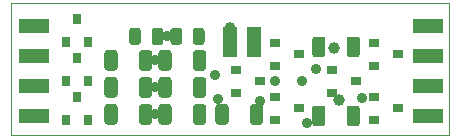
<source format=gbr>
%TF.GenerationSoftware,KiCad,Pcbnew,5.1.9-1.fc32*%
%TF.CreationDate,2021-02-20T11:42:22+01:00*%
%TF.ProjectId,rgb_led_strip_amp,7267625f-6c65-4645-9f73-747269705f61,rev?*%
%TF.SameCoordinates,Original*%
%TF.FileFunction,Soldermask,Top*%
%TF.FilePolarity,Negative*%
%FSLAX46Y46*%
G04 Gerber Fmt 4.6, Leading zero omitted, Abs format (unit mm)*
G04 Created by KiCad (PCBNEW 5.1.9-1.fc32) date 2021-02-20 11:42:22*
%MOMM*%
%LPD*%
G01*
G04 APERTURE LIST*
%TA.AperFunction,Profile*%
%ADD10C,0.050000*%
%TD*%
%ADD11R,0.900000X0.800000*%
%ADD12R,1.200000X2.500000*%
%ADD13R,0.800000X0.900000*%
%ADD14R,2.500000X1.300000*%
%ADD15C,0.900000*%
%ADD16C,1.000000*%
G04 APERTURE END LIST*
D10*
X186944000Y-127762000D02*
X149860000Y-127762000D01*
X186944000Y-138938000D02*
X186944000Y-127762000D01*
X149860000Y-138938000D02*
X186944000Y-138938000D01*
X149860000Y-127762000D02*
X149860000Y-138938000D01*
D11*
%TO.C,Q4*%
X177054000Y-133416000D03*
X177054000Y-135316000D03*
X179054000Y-134366000D03*
%TD*%
%TO.C,R9*%
G36*
G01*
X178253500Y-137912003D02*
X178253500Y-136661997D01*
G75*
G02*
X178503497Y-136412000I249997J0D01*
G01*
X179128503Y-136412000D01*
G75*
G02*
X179378500Y-136661997I0J-249997D01*
G01*
X179378500Y-137912003D01*
G75*
G02*
X179128503Y-138162000I-249997J0D01*
G01*
X178503497Y-138162000D01*
G75*
G02*
X178253500Y-137912003I0J249997D01*
G01*
G37*
G36*
G01*
X175328500Y-137912003D02*
X175328500Y-136661997D01*
G75*
G02*
X175578497Y-136412000I249997J0D01*
G01*
X176203503Y-136412000D01*
G75*
G02*
X176453500Y-136661997I0J-249997D01*
G01*
X176453500Y-137912003D01*
G75*
G02*
X176203503Y-138162000I-249997J0D01*
G01*
X175578497Y-138162000D01*
G75*
G02*
X175328500Y-137912003I0J249997D01*
G01*
G37*
%TD*%
%TO.C,R8*%
G36*
G01*
X158866000Y-136534997D02*
X158866000Y-137785003D01*
G75*
G02*
X158616003Y-138035000I-249997J0D01*
G01*
X157990997Y-138035000D01*
G75*
G02*
X157741000Y-137785003I0J249997D01*
G01*
X157741000Y-136534997D01*
G75*
G02*
X157990997Y-136285000I249997J0D01*
G01*
X158616003Y-136285000D01*
G75*
G02*
X158866000Y-136534997I0J-249997D01*
G01*
G37*
G36*
G01*
X161791000Y-136534997D02*
X161791000Y-137785003D01*
G75*
G02*
X161541003Y-138035000I-249997J0D01*
G01*
X160915997Y-138035000D01*
G75*
G02*
X160666000Y-137785003I0J249997D01*
G01*
X160666000Y-136534997D01*
G75*
G02*
X160915997Y-136285000I249997J0D01*
G01*
X161541003Y-136285000D01*
G75*
G02*
X161791000Y-136534997I0J-249997D01*
G01*
G37*
%TD*%
%TO.C,R7*%
G36*
G01*
X163438000Y-136534997D02*
X163438000Y-137785003D01*
G75*
G02*
X163188003Y-138035000I-249997J0D01*
G01*
X162562997Y-138035000D01*
G75*
G02*
X162313000Y-137785003I0J249997D01*
G01*
X162313000Y-136534997D01*
G75*
G02*
X162562997Y-136285000I249997J0D01*
G01*
X163188003Y-136285000D01*
G75*
G02*
X163438000Y-136534997I0J-249997D01*
G01*
G37*
G36*
G01*
X166363000Y-136534997D02*
X166363000Y-137785003D01*
G75*
G02*
X166113003Y-138035000I-249997J0D01*
G01*
X165487997Y-138035000D01*
G75*
G02*
X165238000Y-137785003I0J249997D01*
G01*
X165238000Y-136534997D01*
G75*
G02*
X165487997Y-136285000I249997J0D01*
G01*
X166113003Y-136285000D01*
G75*
G02*
X166363000Y-136534997I0J-249997D01*
G01*
G37*
%TD*%
%TO.C,Q5*%
X174228000Y-136652000D03*
X172228000Y-137602000D03*
X172228000Y-135702000D03*
%TD*%
D12*
%TO.C,J2*%
X170402000Y-131064000D03*
X168402000Y-131064000D03*
%TD*%
%TO.C,C2*%
G36*
G01*
X164330000Y-130081000D02*
X164330000Y-131031000D01*
G75*
G02*
X164080000Y-131281000I-250000J0D01*
G01*
X163580000Y-131281000D01*
G75*
G02*
X163330000Y-131031000I0J250000D01*
G01*
X163330000Y-130081000D01*
G75*
G02*
X163580000Y-129831000I250000J0D01*
G01*
X164080000Y-129831000D01*
G75*
G02*
X164330000Y-130081000I0J-250000D01*
G01*
G37*
G36*
G01*
X166230000Y-130081000D02*
X166230000Y-131031000D01*
G75*
G02*
X165980000Y-131281000I-250000J0D01*
G01*
X165480000Y-131281000D01*
G75*
G02*
X165230000Y-131031000I0J250000D01*
G01*
X165230000Y-130081000D01*
G75*
G02*
X165480000Y-129831000I250000J0D01*
G01*
X165980000Y-129831000D01*
G75*
G02*
X166230000Y-130081000I0J-250000D01*
G01*
G37*
%TD*%
%TO.C,C1*%
G36*
G01*
X161740000Y-131031000D02*
X161740000Y-130081000D01*
G75*
G02*
X161990000Y-129831000I250000J0D01*
G01*
X162490000Y-129831000D01*
G75*
G02*
X162740000Y-130081000I0J-250000D01*
G01*
X162740000Y-131031000D01*
G75*
G02*
X162490000Y-131281000I-250000J0D01*
G01*
X161990000Y-131281000D01*
G75*
G02*
X161740000Y-131031000I0J250000D01*
G01*
G37*
G36*
G01*
X159840000Y-131031000D02*
X159840000Y-130081000D01*
G75*
G02*
X160090000Y-129831000I250000J0D01*
G01*
X160590000Y-129831000D01*
G75*
G02*
X160840000Y-130081000I0J-250000D01*
G01*
X160840000Y-131031000D01*
G75*
G02*
X160590000Y-131281000I-250000J0D01*
G01*
X160090000Y-131281000D01*
G75*
G02*
X159840000Y-131031000I0J250000D01*
G01*
G37*
%TD*%
D13*
%TO.C,D3*%
X155448000Y-135652000D03*
X156398000Y-137652000D03*
X154498000Y-137652000D03*
%TD*%
%TO.C,D1*%
X155448000Y-129048000D03*
X156398000Y-131048000D03*
X154498000Y-131048000D03*
%TD*%
%TO.C,D2*%
X154498000Y-134350000D03*
X156398000Y-134350000D03*
X155448000Y-132350000D03*
%TD*%
D11*
%TO.C,Q1*%
X172228000Y-131130000D03*
X172228000Y-133030000D03*
X174228000Y-132080000D03*
%TD*%
%TO.C,Q2*%
X182610000Y-132080000D03*
X180610000Y-133030000D03*
X180610000Y-131130000D03*
%TD*%
%TO.C,Q3*%
X168926000Y-133416000D03*
X168926000Y-135316000D03*
X170926000Y-134366000D03*
%TD*%
%TO.C,Q6*%
X182610000Y-136652000D03*
X180610000Y-137602000D03*
X180610000Y-135702000D03*
%TD*%
%TO.C,R2*%
G36*
G01*
X161791000Y-131962998D02*
X161791000Y-133213002D01*
G75*
G02*
X161541002Y-133463000I-249998J0D01*
G01*
X160915998Y-133463000D01*
G75*
G02*
X160666000Y-133213002I0J249998D01*
G01*
X160666000Y-131962998D01*
G75*
G02*
X160915998Y-131713000I249998J0D01*
G01*
X161541002Y-131713000D01*
G75*
G02*
X161791000Y-131962998I0J-249998D01*
G01*
G37*
G36*
G01*
X158866000Y-131962998D02*
X158866000Y-133213002D01*
G75*
G02*
X158616002Y-133463000I-249998J0D01*
G01*
X157990998Y-133463000D01*
G75*
G02*
X157741000Y-133213002I0J249998D01*
G01*
X157741000Y-131962998D01*
G75*
G02*
X157990998Y-131713000I249998J0D01*
G01*
X158616002Y-131713000D01*
G75*
G02*
X158866000Y-131962998I0J-249998D01*
G01*
G37*
%TD*%
%TO.C,R3*%
G36*
G01*
X175332500Y-132070002D02*
X175332500Y-130819998D01*
G75*
G02*
X175582498Y-130570000I249998J0D01*
G01*
X176207502Y-130570000D01*
G75*
G02*
X176457500Y-130819998I0J-249998D01*
G01*
X176457500Y-132070002D01*
G75*
G02*
X176207502Y-132320000I-249998J0D01*
G01*
X175582498Y-132320000D01*
G75*
G02*
X175332500Y-132070002I0J249998D01*
G01*
G37*
G36*
G01*
X178257500Y-132070002D02*
X178257500Y-130819998D01*
G75*
G02*
X178507498Y-130570000I249998J0D01*
G01*
X179132502Y-130570000D01*
G75*
G02*
X179382500Y-130819998I0J-249998D01*
G01*
X179382500Y-132070002D01*
G75*
G02*
X179132502Y-132320000I-249998J0D01*
G01*
X178507498Y-132320000D01*
G75*
G02*
X178257500Y-132070002I0J249998D01*
G01*
G37*
%TD*%
%TO.C,R4*%
G36*
G01*
X166363000Y-134248998D02*
X166363000Y-135499002D01*
G75*
G02*
X166113002Y-135749000I-249998J0D01*
G01*
X165487998Y-135749000D01*
G75*
G02*
X165238000Y-135499002I0J249998D01*
G01*
X165238000Y-134248998D01*
G75*
G02*
X165487998Y-133999000I249998J0D01*
G01*
X166113002Y-133999000D01*
G75*
G02*
X166363000Y-134248998I0J-249998D01*
G01*
G37*
G36*
G01*
X163438000Y-134248998D02*
X163438000Y-135499002D01*
G75*
G02*
X163188002Y-135749000I-249998J0D01*
G01*
X162562998Y-135749000D01*
G75*
G02*
X162313000Y-135499002I0J249998D01*
G01*
X162313000Y-134248998D01*
G75*
G02*
X162562998Y-133999000I249998J0D01*
G01*
X163188002Y-133999000D01*
G75*
G02*
X163438000Y-134248998I0J-249998D01*
G01*
G37*
%TD*%
%TO.C,R5*%
G36*
G01*
X158866000Y-134248998D02*
X158866000Y-135499002D01*
G75*
G02*
X158616002Y-135749000I-249998J0D01*
G01*
X157990998Y-135749000D01*
G75*
G02*
X157741000Y-135499002I0J249998D01*
G01*
X157741000Y-134248998D01*
G75*
G02*
X157990998Y-133999000I249998J0D01*
G01*
X158616002Y-133999000D01*
G75*
G02*
X158866000Y-134248998I0J-249998D01*
G01*
G37*
G36*
G01*
X161791000Y-134248998D02*
X161791000Y-135499002D01*
G75*
G02*
X161541002Y-135749000I-249998J0D01*
G01*
X160915998Y-135749000D01*
G75*
G02*
X160666000Y-135499002I0J249998D01*
G01*
X160666000Y-134248998D01*
G75*
G02*
X160915998Y-133999000I249998J0D01*
G01*
X161541002Y-133999000D01*
G75*
G02*
X161791000Y-134248998I0J-249998D01*
G01*
G37*
%TD*%
%TO.C,R6*%
G36*
G01*
X168264000Y-136534998D02*
X168264000Y-137785002D01*
G75*
G02*
X168014002Y-138035000I-249998J0D01*
G01*
X167388998Y-138035000D01*
G75*
G02*
X167139000Y-137785002I0J249998D01*
G01*
X167139000Y-136534998D01*
G75*
G02*
X167388998Y-136285000I249998J0D01*
G01*
X168014002Y-136285000D01*
G75*
G02*
X168264000Y-136534998I0J-249998D01*
G01*
G37*
G36*
G01*
X171189000Y-136534998D02*
X171189000Y-137785002D01*
G75*
G02*
X170939002Y-138035000I-249998J0D01*
G01*
X170313998Y-138035000D01*
G75*
G02*
X170064000Y-137785002I0J249998D01*
G01*
X170064000Y-136534998D01*
G75*
G02*
X170313998Y-136285000I249998J0D01*
G01*
X170939002Y-136285000D01*
G75*
G02*
X171189000Y-136534998I0J-249998D01*
G01*
G37*
%TD*%
%TO.C,R1*%
G36*
G01*
X166363000Y-131962998D02*
X166363000Y-133213002D01*
G75*
G02*
X166113002Y-133463000I-249998J0D01*
G01*
X165487998Y-133463000D01*
G75*
G02*
X165238000Y-133213002I0J249998D01*
G01*
X165238000Y-131962998D01*
G75*
G02*
X165487998Y-131713000I249998J0D01*
G01*
X166113002Y-131713000D01*
G75*
G02*
X166363000Y-131962998I0J-249998D01*
G01*
G37*
G36*
G01*
X163438000Y-131962998D02*
X163438000Y-133213002D01*
G75*
G02*
X163188002Y-133463000I-249998J0D01*
G01*
X162562998Y-133463000D01*
G75*
G02*
X162313000Y-133213002I0J249998D01*
G01*
X162313000Y-131962998D01*
G75*
G02*
X162562998Y-131713000I249998J0D01*
G01*
X163188002Y-131713000D01*
G75*
G02*
X163438000Y-131962998I0J-249998D01*
G01*
G37*
%TD*%
D14*
%TO.C,J1*%
X151765000Y-134747000D03*
X151765000Y-132207000D03*
X151765000Y-129667000D03*
X151765000Y-137287000D03*
%TD*%
%TO.C,J3*%
X185166000Y-129667000D03*
X185166000Y-137287000D03*
X185166000Y-134747000D03*
X185166000Y-132207000D03*
%TD*%
D15*
X163068000Y-130556000D03*
X167386000Y-135890000D03*
D16*
X170434000Y-131500000D03*
X170434000Y-130600000D03*
X177609500Y-135953500D03*
X177165000Y-131572000D03*
X185547000Y-129667000D03*
X151384000Y-129667000D03*
X152220000Y-129667000D03*
X184700000Y-129667000D03*
X168402000Y-130700000D03*
X168402000Y-129850000D03*
D15*
X162052000Y-132588000D03*
X174498000Y-134366000D03*
X175641000Y-133350000D03*
X170942000Y-136017000D03*
X167132000Y-133858000D03*
X162052000Y-134874000D03*
X172212000Y-134366000D03*
X162052000Y-137160000D03*
X174879000Y-137922000D03*
X179578000Y-135763000D03*
M02*

</source>
